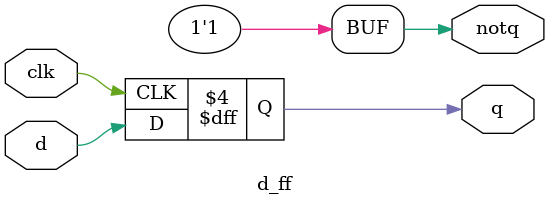
<source format=v>
module d_ff(
    input wire clk,
    input wire d,
    output reg q,
    output reg notq
);

    initial begin
        q <= 0;
        notq <= 1;
    end

    always @(posedge clk) begin
        q <= d;
    end
    assign notq = ~q;
    
endmodule
</source>
